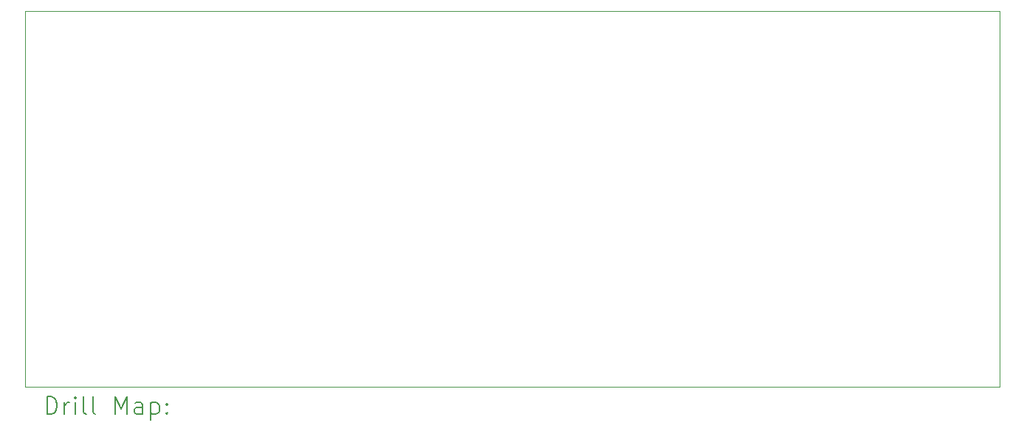
<source format=gbr>
%TF.GenerationSoftware,KiCad,Pcbnew,7.0.6*%
%TF.CreationDate,2023-11-23T12:55:43+01:00*%
%TF.ProjectId,xlrmale,786c726d-616c-4652-9e6b-696361645f70,1*%
%TF.SameCoordinates,Original*%
%TF.FileFunction,Drillmap*%
%TF.FilePolarity,Positive*%
%FSLAX45Y45*%
G04 Gerber Fmt 4.5, Leading zero omitted, Abs format (unit mm)*
G04 Created by KiCad (PCBNEW 7.0.6) date 2023-11-23 12:55:43*
%MOMM*%
%LPD*%
G01*
G04 APERTURE LIST*
%ADD10C,0.100000*%
%ADD11C,0.200000*%
G04 APERTURE END LIST*
D10*
X8509000Y-7620000D02*
X19685000Y-7620000D01*
X19685000Y-11938000D01*
X8509000Y-11938000D01*
X8509000Y-7620000D01*
D11*
X8764777Y-12254484D02*
X8764777Y-12054484D01*
X8764777Y-12054484D02*
X8812396Y-12054484D01*
X8812396Y-12054484D02*
X8840967Y-12064008D01*
X8840967Y-12064008D02*
X8860015Y-12083055D01*
X8860015Y-12083055D02*
X8869539Y-12102103D01*
X8869539Y-12102103D02*
X8879063Y-12140198D01*
X8879063Y-12140198D02*
X8879063Y-12168769D01*
X8879063Y-12168769D02*
X8869539Y-12206865D01*
X8869539Y-12206865D02*
X8860015Y-12225912D01*
X8860015Y-12225912D02*
X8840967Y-12244960D01*
X8840967Y-12244960D02*
X8812396Y-12254484D01*
X8812396Y-12254484D02*
X8764777Y-12254484D01*
X8964777Y-12254484D02*
X8964777Y-12121150D01*
X8964777Y-12159246D02*
X8974301Y-12140198D01*
X8974301Y-12140198D02*
X8983824Y-12130674D01*
X8983824Y-12130674D02*
X9002872Y-12121150D01*
X9002872Y-12121150D02*
X9021920Y-12121150D01*
X9088586Y-12254484D02*
X9088586Y-12121150D01*
X9088586Y-12054484D02*
X9079063Y-12064008D01*
X9079063Y-12064008D02*
X9088586Y-12073531D01*
X9088586Y-12073531D02*
X9098110Y-12064008D01*
X9098110Y-12064008D02*
X9088586Y-12054484D01*
X9088586Y-12054484D02*
X9088586Y-12073531D01*
X9212396Y-12254484D02*
X9193348Y-12244960D01*
X9193348Y-12244960D02*
X9183824Y-12225912D01*
X9183824Y-12225912D02*
X9183824Y-12054484D01*
X9317158Y-12254484D02*
X9298110Y-12244960D01*
X9298110Y-12244960D02*
X9288586Y-12225912D01*
X9288586Y-12225912D02*
X9288586Y-12054484D01*
X9545729Y-12254484D02*
X9545729Y-12054484D01*
X9545729Y-12054484D02*
X9612396Y-12197341D01*
X9612396Y-12197341D02*
X9679063Y-12054484D01*
X9679063Y-12054484D02*
X9679063Y-12254484D01*
X9860015Y-12254484D02*
X9860015Y-12149722D01*
X9860015Y-12149722D02*
X9850491Y-12130674D01*
X9850491Y-12130674D02*
X9831444Y-12121150D01*
X9831444Y-12121150D02*
X9793348Y-12121150D01*
X9793348Y-12121150D02*
X9774301Y-12130674D01*
X9860015Y-12244960D02*
X9840967Y-12254484D01*
X9840967Y-12254484D02*
X9793348Y-12254484D01*
X9793348Y-12254484D02*
X9774301Y-12244960D01*
X9774301Y-12244960D02*
X9764777Y-12225912D01*
X9764777Y-12225912D02*
X9764777Y-12206865D01*
X9764777Y-12206865D02*
X9774301Y-12187817D01*
X9774301Y-12187817D02*
X9793348Y-12178293D01*
X9793348Y-12178293D02*
X9840967Y-12178293D01*
X9840967Y-12178293D02*
X9860015Y-12168769D01*
X9955253Y-12121150D02*
X9955253Y-12321150D01*
X9955253Y-12130674D02*
X9974301Y-12121150D01*
X9974301Y-12121150D02*
X10012396Y-12121150D01*
X10012396Y-12121150D02*
X10031444Y-12130674D01*
X10031444Y-12130674D02*
X10040967Y-12140198D01*
X10040967Y-12140198D02*
X10050491Y-12159246D01*
X10050491Y-12159246D02*
X10050491Y-12216388D01*
X10050491Y-12216388D02*
X10040967Y-12235436D01*
X10040967Y-12235436D02*
X10031444Y-12244960D01*
X10031444Y-12244960D02*
X10012396Y-12254484D01*
X10012396Y-12254484D02*
X9974301Y-12254484D01*
X9974301Y-12254484D02*
X9955253Y-12244960D01*
X10136205Y-12235436D02*
X10145729Y-12244960D01*
X10145729Y-12244960D02*
X10136205Y-12254484D01*
X10136205Y-12254484D02*
X10126682Y-12244960D01*
X10126682Y-12244960D02*
X10136205Y-12235436D01*
X10136205Y-12235436D02*
X10136205Y-12254484D01*
X10136205Y-12130674D02*
X10145729Y-12140198D01*
X10145729Y-12140198D02*
X10136205Y-12149722D01*
X10136205Y-12149722D02*
X10126682Y-12140198D01*
X10126682Y-12140198D02*
X10136205Y-12130674D01*
X10136205Y-12130674D02*
X10136205Y-12149722D01*
M02*

</source>
